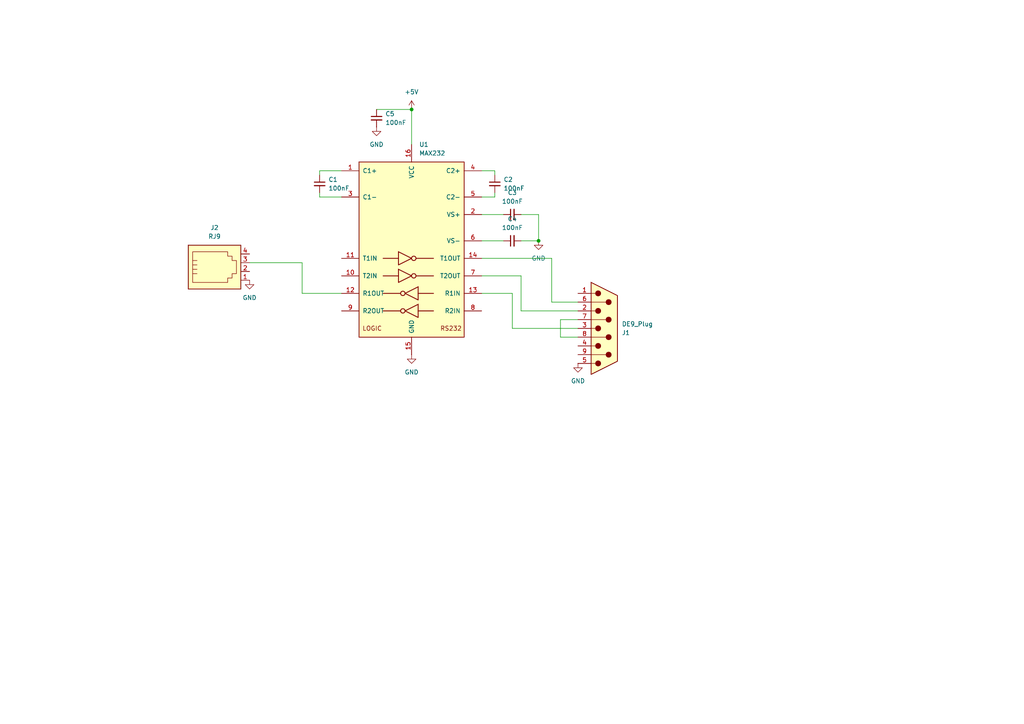
<source format=kicad_sch>
(kicad_sch (version 20231120) (generator "eeschema") (generator_version "8.0")
  (paper "A4")
  (lib_symbols
    (symbol "Connector:DE9_Plug" (pin_names (offset 1.016) hide)
      (property "Reference" "J" (at 0 13.97 0))
      (property "Value" "DE9_Plug" (at 0 -14.605 0))
      (symbol "DE9_Plug_0_1"
        (circle (center -1.778 -10.16) (radius 0.762) (fill (type outline)))
        (circle (center -1.778 -5.08) (radius 0.762) (fill (type outline)))
        (circle (center -1.778 0) (radius 0.762) (fill (type outline)))
        (circle (center -1.778 5.08) (radius 0.762) (fill (type outline)))
        (circle (center -1.778 10.16) (radius 0.762) (fill (type outline)))
        (polyline (pts (xy -3.81 -10.16) (xy -2.54 -10.16)))
        (polyline (pts (xy -3.81 -7.62) (xy 0.508 -7.62)))
        (polyline (pts (xy -3.81 -5.08) (xy -2.54 -5.08)))
        (polyline (pts (xy -3.81 -2.54) (xy 0.508 -2.54)))
        (polyline (pts (xy -3.81 0) (xy -2.54 0)))
        (polyline (pts (xy -3.81 2.54) (xy 0.508 2.54)))
        (polyline (pts (xy -3.81 5.08) (xy -2.54 5.08)))
        (polyline (pts (xy -3.81 7.62) (xy 0.508 7.62)))
        (polyline (pts (xy -3.81 10.16) (xy -2.54 10.16)))
        (polyline (pts (xy -3.81 -13.335) (xy -3.81 13.335) (xy 3.81 9.525) (xy 3.81 -9.525) (xy -3.81 -13.335)) (stroke (width 0.254)) (fill (type background)))
        (circle (center 1.27 -7.62) (radius 0.762) (fill (type outline)))
        (circle (center 1.27 -2.54) (radius 0.762) (fill (type outline)))
        (circle (center 1.27 2.54) (radius 0.762) (fill (type outline)))
        (circle (center 1.27 7.62) (radius 0.762) (fill (type outline)))
      )
      (symbol "DE9_Plug_1_1"
        (pin passive line (at -7.62 -10.16 0) (length 3.81) (name "1") (number "1"))
        (pin passive line (at -7.62 -5.08 0) (length 3.81) (name "2") (number "2"))
        (pin passive line (at -7.62 0 0) (length 3.81) (name "3") (number "3"))
        (pin passive line (at -7.62 5.08 0) (length 3.81) (name "4") (number "4"))
        (pin passive line (at -7.62 10.16 0) (length 3.81) (name "5") (number "5"))
        (pin passive line (at -7.62 -7.62 0) (length 3.81) (name "6") (number "6"))
        (pin passive line (at -7.62 -2.54 0) (length 3.81) (name "7") (number "7"))
        (pin passive line (at -7.62 2.54 0) (length 3.81) (name "8") (number "8"))
        (pin passive line (at -7.62 7.62 0) (length 3.81) (name "9") (number "9"))
      )
    )
    (symbol "Connector:RJ9" (pin_names (offset 1.016))
      (property "Reference" "J" (at -5.08 8.89 0))
      (property "Value" "RJ9" (at 2.54 8.89 0))
      (symbol "RJ9_0_1"
        (polyline (pts (xy -6.35 -0.635) (xy -5.08 -0.635) (xy -5.08 -0.635)))
        (polyline (pts (xy -6.35 0.635) (xy -5.08 0.635) (xy -5.08 0.635)))
        (polyline (pts (xy -6.35 1.905) (xy -5.08 1.905) (xy -5.08 1.905)))
        (polyline (pts (xy -6.35 3.175) (xy -5.08 3.175) (xy -5.08 3.175)))
        (polyline (pts (xy -6.35 -3.175) (xy -6.35 5.715) (xy -1.27 5.715) (xy 3.81 5.715) (xy 3.81 4.445) (xy 5.08 4.445) (xy 5.08 3.175) (xy 6.35 3.175) (xy 6.35 -0.635) (xy 5.08 -0.635) (xy 5.08 -1.905) (xy 3.81 -1.905) (xy 3.81 -3.175) (xy -6.35 -3.175) (xy -6.35 -3.175)))
        (rectangle (start 7.62 7.62) (end -7.62 -5.08) (stroke (width 0.254)) (fill (type background)))
      )
      (symbol "RJ9_1_1"
        (pin passive line (at 10.16 -2.54 180) (length 2.54) (name "~") (number "1"))
        (pin passive line (at 10.16 0 180) (length 2.54) (name "~") (number "2"))
        (pin passive line (at 10.16 2.54 180) (length 2.54) (name "~") (number "3"))
        (pin passive line (at 10.16 5.08 180) (length 2.54) (name "~") (number "4"))
      )
    )
    (symbol "Device:C_Small" (pin_numbers hide) (pin_names (offset 0.254) hide)
      (property "Reference" "C" (at 0.254 1.778 0))
      (property "Value" "C_Small" (at 0.254 -2.032 0))
      (symbol "C_Small_0_1"
        (polyline (pts (xy -1.524 -0.508) (xy 1.524 -0.508)) (stroke (width 0.3302)))
        (polyline (pts (xy -1.524 0.508) (xy 1.524 0.508)) (stroke (width 0.3048)))
      )
      (symbol "C_Small_1_1"
        (pin passive line (at 0 2.54 270) (length 2.032) (name "~") (number "1"))
        (pin passive line (at 0 -2.54 90) (length 2.032) (name "~") (number "2"))
      )
    )
    (symbol "Interface_UART:MAX232" (pin_names (offset 1.016))
      (property "Reference" "U" (at -2.54 28.575 0))
      (property "Value" "MAX232" (at -2.54 26.67 0))
      (symbol "MAX232_0_0"
        (text "LOGIC" (at -11.43 -22.86 0) (effects (font (size 1.27 1.27))))
        (text "RS232" (at 11.43 -22.86 0) (effects (font (size 1.27 1.27))))
      )
      (symbol "MAX232_0_1"
        (rectangle (start -15.24 -25.4) (end 15.24 25.4) (stroke (width 0.254)) (fill (type background)))
        (circle (center -2.54 -17.78) (radius 0.635) (stroke (width 0.254)))
        (circle (center -2.54 -12.7) (radius 0.635) (stroke (width 0.254)))
        (polyline (pts (xy -3.81 -7.62) (xy -8.255 -7.62)) (stroke (width 0.254)))
        (polyline (pts (xy -3.81 -2.54) (xy -8.255 -2.54)) (stroke (width 0.254)))
        (polyline (pts (xy -3.175 -17.78) (xy -8.255 -17.78)) (stroke (width 0.254)))
        (polyline (pts (xy -3.175 -12.7) (xy -8.255 -12.7)) (stroke (width 0.254)))
        (polyline (pts (xy 1.27 -7.62) (xy 6.35 -7.62)) (stroke (width 0.254)))
        (polyline (pts (xy 1.27 -2.54) (xy 6.35 -2.54)) (stroke (width 0.254)))
        (polyline (pts (xy 1.905 -17.78) (xy 6.35 -17.78)) (stroke (width 0.254)))
        (polyline (pts (xy 1.905 -12.7) (xy 6.35 -12.7)) (stroke (width 0.254)))
        (polyline (pts (xy -3.81 -5.715) (xy -3.81 -9.525) (xy 0 -7.62) (xy -3.81 -5.715)) (stroke (width 0.254)))
        (polyline (pts (xy -3.81 -0.635) (xy -3.81 -4.445) (xy 0 -2.54) (xy -3.81 -0.635)) (stroke (width 0.254)))
        (polyline (pts (xy 1.905 -15.875) (xy 1.905 -19.685) (xy -1.905 -17.78) (xy 1.905 -15.875)) (stroke (width 0.254)))
        (polyline (pts (xy 1.905 -10.795) (xy 1.905 -14.605) (xy -1.905 -12.7) (xy 1.905 -10.795)) (stroke (width 0.254)))
        (circle (center 0.635 -7.62) (radius 0.635) (stroke (width 0.254)))
        (circle (center 0.635 -2.54) (radius 0.635) (stroke (width 0.254)))
      )
      (symbol "MAX232_1_1"
        (pin passive line (at -20.32 22.86 0) (length 5.08) (name "C1+") (number "1"))
        (pin input line (at -20.32 -7.62 0) (length 5.08) (name "T2IN") (number "10"))
        (pin input line (at -20.32 -2.54 0) (length 5.08) (name "T1IN") (number "11"))
        (pin output line (at -20.32 -12.7 0) (length 5.08) (name "R1OUT") (number "12"))
        (pin input line (at 20.32 -12.7 180) (length 5.08) (name "R1IN") (number "13"))
        (pin output line (at 20.32 -2.54 180) (length 5.08) (name "T1OUT") (number "14"))
        (pin power_in line (at 0 -30.48 90) (length 5.08) (name "GND") (number "15"))
        (pin power_in line (at 0 30.48 270) (length 5.08) (name "VCC") (number "16"))
        (pin power_out line (at 20.32 10.16 180) (length 5.08) (name "VS+") (number "2"))
        (pin passive line (at -20.32 15.24 0) (length 5.08) (name "C1-") (number "3"))
        (pin passive line (at 20.32 22.86 180) (length 5.08) (name "C2+") (number "4"))
        (pin passive line (at 20.32 15.24 180) (length 5.08) (name "C2-") (number "5"))
        (pin power_out line (at 20.32 2.54 180) (length 5.08) (name "VS-") (number "6"))
        (pin output line (at 20.32 -7.62 180) (length 5.08) (name "T2OUT") (number "7"))
        (pin input line (at 20.32 -17.78 180) (length 5.08) (name "R2IN") (number "8"))
        (pin output line (at -20.32 -17.78 0) (length 5.08) (name "R2OUT") (number "9"))
      )
    )
    (symbol "power:+5V" (power) (pin_numbers hide) (pin_names (offset 0) hide)
      (property "Value" "+5V" (at 0 3.556 0))
      (symbol "+5V_0_1"
        (polyline (pts (xy -0.762 1.27) (xy 0 2.54)))
        (polyline (pts (xy 0 0) (xy 0 2.54)))
        (polyline (pts (xy 0 2.54) (xy 0.762 1.27)))
      )
      (symbol "+5V_1_1"
        (pin power_in line (at 0 0 90) (length 0) (name "~") (number "1"))
      )
    )
    (symbol "power:GND" (power) (pin_numbers hide) (pin_names (offset 0) hide)
      (property "Value" "GND" (at 0 -3.81 0))
      (symbol "GND_0_1"
        (polyline (pts (xy 0 0) (xy 0 -1.27) (xy 1.27 -1.27) (xy 0 -2.54) (xy -1.27 -1.27) (xy 0 -1.27)))
      )
      (symbol "GND_1_1"
        (pin power_in line (at 0 0 270) (length 0) (name "~") (number "1"))
      )
    )
  )
  (junction (at 156.21 69.85))
  (junction (at 119.38 31.75))
  (wire (pts (xy 87.63 76.2) (xy 72.39 76.2)))
  (wire (pts (xy 151.13 90.17) (xy 151.13 80.01)))
  (wire (pts (xy 109.22 31.75) (xy 119.38 31.75)))
  (wire (pts (xy 119.38 31.75) (xy 119.38 41.91)))
  (wire (pts (xy 99.06 49.53) (xy 92.71 49.53)))
  (wire (pts (xy 160.02 87.63) (xy 160.02 74.93)))
  (wire (pts (xy 139.7 49.53) (xy 143.51 49.53)))
  (wire (pts (xy 92.71 57.15) (xy 92.71 55.88)))
  (wire (pts (xy 151.13 62.23) (xy 156.21 62.23)))
  (wire (pts (xy 99.06 85.09) (xy 87.63 85.09)))
  (wire (pts (xy 151.13 69.85) (xy 156.21 69.85)))
  (wire (pts (xy 167.64 87.63) (xy 160.02 87.63)))
  (wire (pts (xy 162.56 97.79) (xy 167.64 97.79)))
  (wire (pts (xy 139.7 62.23) (xy 146.05 62.23)))
  (wire (pts (xy 167.64 92.71) (xy 162.56 92.71)))
  (wire (pts (xy 156.21 62.23) (xy 156.21 69.85)))
  (wire (pts (xy 143.51 49.53) (xy 143.51 50.8)))
  (wire (pts (xy 167.64 90.17) (xy 151.13 90.17)))
  (wire (pts (xy 151.13 80.01) (xy 139.7 80.01)))
  (wire (pts (xy 87.63 85.09) (xy 87.63 76.2)))
  (wire (pts (xy 162.56 92.71) (xy 162.56 97.79)))
  (wire (pts (xy 92.71 49.53) (xy 92.71 50.8)))
  (wire (pts (xy 167.64 95.25) (xy 148.59 95.25)))
  (wire (pts (xy 139.7 69.85) (xy 146.05 69.85)))
  (wire (pts (xy 148.59 95.25) (xy 148.59 85.09)))
  (wire (pts (xy 143.51 57.15) (xy 139.7 57.15)))
  (wire (pts (xy 148.59 85.09) (xy 139.7 85.09)))
  (wire (pts (xy 99.06 57.15) (xy 92.71 57.15)))
  (wire (pts (xy 160.02 74.93) (xy 139.7 74.93)))
  (wire (pts (xy 143.51 55.88) (xy 143.51 57.15)))
  (symbol (lib_id "Connector:DE9_Plug") (at 175.26 95.25 0) (mirror x) (unit 1)
    (property "Reference" "J1" (at 180.34 96.5201 0) (effects (justify left)))
    (property "Value" "DE9_Plug" (at 180.34 93.9801 0) (effects (justify left)))
    (property "Footprint" "Connector_Dsub:DSUB-9_Female_EdgeMount_P2.77mm" (effects (hide yes)))
    (property "Datasheet" " ~" (effects (hide yes)))
    (property "Description" "9-pin male plug pin D-SUB connector" (effects (hide yes)))
  )
  (symbol (lib_id "Device:C_Small") (at 148.59 69.85 90) (unit 1)
    (property "Reference" "C4" (at 148.5963 63.5 90))
    (property "Value" "100nF" (at 148.5963 66.04 90))
    (property "Footprint" "Capacitor_SMD:C_0805_2012Metric" (effects (hide yes)))
    (property "Description" "Unpolarized capacitor, small symbol" (effects (hide yes)))
  )
  (symbol (lib_id "power:GND") (at 156.21 69.85 0) (unit 1)
    (property "Reference" "#PWR02" (effects (hide yes)))
    (property "Value" "GND" (at 156.21 74.93 0))
    (property "Description" "Power symbol creates a global label with name \"GND\" , ground" (effects (hide yes)))
  )
  (symbol (lib_id "power:GND") (at 109.22 36.83 0) (unit 1)
    (property "Reference" "#PWR05" (effects (hide yes)))
    (property "Value" "GND" (at 109.22 41.91 0))
    (property "Description" "Power symbol creates a global label with name \"GND\" , ground" (effects (hide yes)))
  )
  (symbol (lib_id "power:GND") (at 72.39 81.28 0) (unit 1)
    (property "Reference" "#PWR04" (effects (hide yes)))
    (property "Value" "GND" (at 72.39 86.36 0))
    (property "Description" "Power symbol creates a global label with name \"GND\" , ground" (effects (hide yes)))
  )
  (symbol (lib_id "Device:C_Small") (at 92.71 53.34 0) (unit 1)
    (property "Reference" "C1" (at 95.25 52.0762 0) (effects (justify left)))
    (property "Value" "100nF" (at 95.25 54.6162 0) (effects (justify left)))
    (property "Footprint" "Capacitor_SMD:C_0805_2012Metric" (effects (hide yes)))
    (property "Description" "Unpolarized capacitor, small symbol" (effects (hide yes)))
  )
  (symbol (lib_id "power:GND") (at 167.64 105.41 0) (unit 1)
    (property "Reference" "#PWR01" (effects (hide yes)))
    (property "Value" "GND" (at 167.64 110.49 0))
    (property "Description" "Power symbol creates a global label with name \"GND\" , ground" (effects (hide yes)))
  )
  (symbol (lib_id "Interface_UART:MAX232") (at 119.38 72.39 0) (unit 1)
    (property "Reference" "U1" (at 121.5741 41.91 0) (effects (justify left)))
    (property "Value" "MAX232" (at 121.5741 44.45 0) (effects (justify left)))
    (property "Footprint" "Package_SO:SOIC-16_3.9x9.9mm_P1.27mm" (effects (hide yes)))
    (property "Datasheet" "http://www.ti.com/lit/ds/symlink/max232.pdf" (effects (hide yes)))
    (property "Description" "Dual RS232 driver/receiver, 5V supply, 120kb/s, 0C-70C" (effects (hide yes)))
  )
  (symbol (lib_id "Device:C_Small") (at 109.22 34.29 0) (unit 1)
    (property "Reference" "C5" (at 111.76 33.0262 0) (effects (justify left)))
    (property "Value" "100nF" (at 111.76 35.5662 0) (effects (justify left)))
    (property "Footprint" "Capacitor_SMD:C_0805_2012Metric" (effects (hide yes)))
    (property "Description" "Unpolarized capacitor, small symbol" (effects (hide yes)))
  )
  (symbol (lib_id "power:GND") (at 119.38 102.87 0) (unit 1)
    (property "Reference" "#PWR03" (effects (hide yes)))
    (property "Value" "GND" (at 119.38 107.95 0))
    (property "Description" "Power symbol creates a global label with name \"GND\" , ground" (effects (hide yes)))
  )
  (symbol (lib_id "Device:C_Small") (at 148.59 62.23 90) (unit 1)
    (property "Reference" "C3" (at 148.5963 55.88 90))
    (property "Value" "100nF" (at 148.5963 58.42 90))
    (property "Footprint" "Capacitor_SMD:C_0805_2012Metric" (effects (hide yes)))
    (property "Description" "Unpolarized capacitor, small symbol" (effects (hide yes)))
  )
  (symbol (lib_id "Connector:RJ9") (at 62.23 78.74 0) (unit 1)
    (property "Reference" "J2" (at 62.23 66.04 0))
    (property "Value" "RJ9" (at 62.23 68.58 0))
    (property "Footprint" "Connector_RJ:RJ9_Evercom_5301-440xxx_Horizontal" (effects (hide yes)))
    (property "Description" "RJ connector, 4P4C (4 positions 4 connected)" (effects (hide yes)))
  )
  (symbol (lib_id "power:+5V") (at 119.38 31.75 0) (unit 1)
    (property "Reference" "#PWR06" (effects (hide yes)))
    (property "Value" "+5V" (at 119.38 26.67 0))
    (property "Description" "Power symbol creates a global label with name \"+5V\"" (effects (hide yes)))
  )
  (symbol (lib_id "Device:C_Small") (at 143.51 53.34 0) (unit 1)
    (property "Reference" "C2" (at 146.05 52.0762 0) (effects (justify left)))
    (property "Value" "100nF" (at 146.05 54.6162 0) (effects (justify left)))
    (property "Footprint" "Capacitor_SMD:C_0805_2012Metric" (effects (hide yes)))
    (property "Description" "Unpolarized capacitor, small symbol" (effects (hide yes)))
  )
)
</source>
